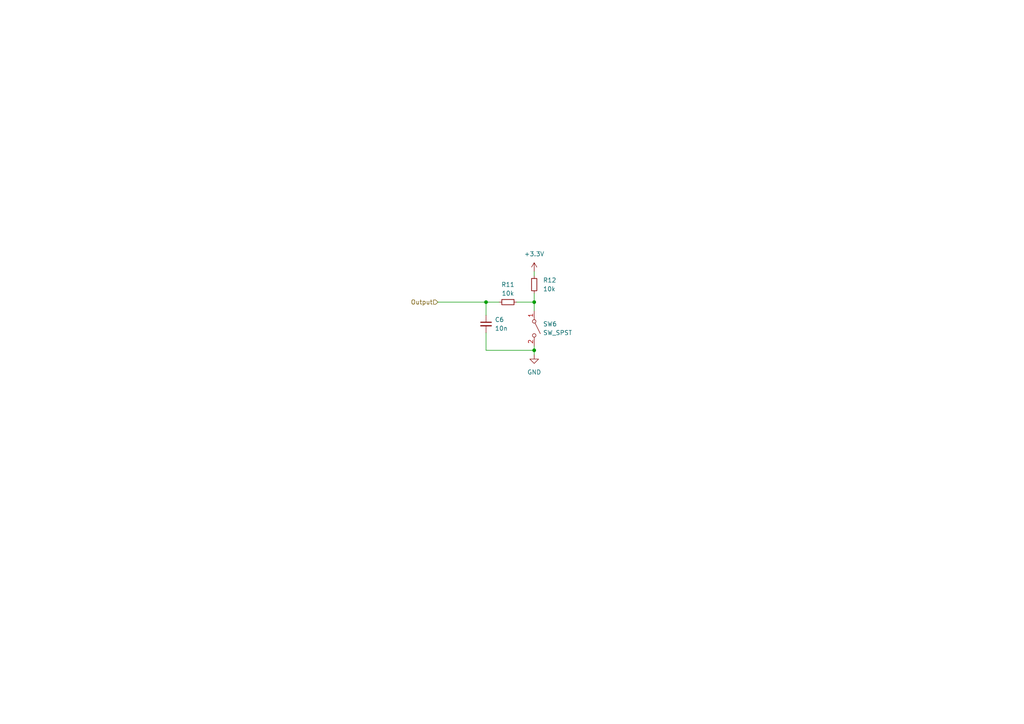
<source format=kicad_sch>
(kicad_sch (version 20250114) (generator "eeschema") (generator_version "9.0")
  (paper "A4")
  (lib_symbols
    (symbol "Device:C_Small" (pin_numbers (hide yes)) (pin_names (offset 0.254) (hide yes))
      (property "Reference" "C" (at 0.254 1.778 0))
      (property "Value" "C_Small" (at 0.254 -2.032 0))
      (symbol "C_Small_0_1"
        (polyline (pts (xy -1.524 0.508) (xy 1.524 0.508)) (stroke (width 0.3048)))
        (polyline (pts (xy -1.524 -0.508) (xy 1.524 -0.508)) (stroke (width 0.3302)))
      )
      (symbol "C_Small_1_1"
        (pin passive line (at 0 2.54 270) (length 2.032) (name "~") (number "1"))
        (pin passive line (at 0 -2.54 90) (length 2.032) (name "~") (number "2"))
      )
    )
    (symbol "Device:R_Small" (pin_numbers (hide yes)) (pin_names (offset 0.254) (hide yes))
      (property "Reference" "R" (at 0.762 0.508 0))
      (property "Value" "R_Small" (at 0.762 -1.016 0))
      (symbol "R_Small_0_1"
        (rectangle (start -0.762 1.778) (end 0.762 -1.778) (stroke (width 0.2032)))
      )
      (symbol "R_Small_1_1"
        (pin passive line (at 0 2.54 270) (length 0.762) (name "~") (number "1"))
        (pin passive line (at 0 -2.54 90) (length 0.762) (name "~") (number "2"))
      )
    )
    (symbol "Switch:SW_SPST" (pin_names (offset 0) (hide yes))
      (property "Reference" "SW" (at 0 3.175 0))
      (property "Value" "SW_SPST" (at 0 -2.54 0))
      (symbol "SW_SPST_0_0"
        (circle (center -2.032 0) (radius 0.508))
        (polyline (pts (xy -1.524 0.254) (xy 1.524 1.778)))
        (circle (center 2.032 0) (radius 0.508))
      )
      (symbol "SW_SPST_1_1"
        (pin passive line (at -5.08 0 0) (length 2.54) (name "A") (number "1"))
        (pin passive line (at 5.08 0 180) (length 2.54) (name "B") (number "2"))
      )
    )
    (symbol "power:+3.3V" (power) (pin_numbers (hide yes)) (pin_names (offset 0) (hide yes))
      (property "Value" "+3.3V" (at 0 3.556 0))
      (symbol "+3.3V_0_1"
        (polyline (pts (xy -0.762 1.27) (xy 0 2.54)))
        (polyline (pts (xy 0 2.54) (xy 0.762 1.27)))
        (polyline (pts (xy 0 0) (xy 0 2.54)))
      )
      (symbol "+3.3V_1_1"
        (pin power_in line (at 0 0 90) (length 0) (name "~") (number "1"))
      )
    )
    (symbol "power:GND" (power) (pin_numbers (hide yes)) (pin_names (offset 0) (hide yes))
      (property "Value" "GND" (at 0 -3.81 0))
      (symbol "GND_0_1"
        (polyline (pts (xy 0 0) (xy 0 -1.27) (xy 1.27 -1.27) (xy 0 -2.54) (xy -1.27 -1.27) (xy 0 -1.27)))
      )
      (symbol "GND_1_1"
        (pin power_in line (at 0 0 270) (length 0) (name "~") (number "1"))
      )
    )
  )
  (junction (at 140.97 87.63))
  (junction (at 154.94 87.63))
  (junction (at 154.94 101.6))
  (wire (pts (xy 154.94 101.6) (xy 154.94 102.87)))
  (wire (pts (xy 154.94 78.74) (xy 154.94 80.01)))
  (wire (pts (xy 140.97 87.63) (xy 144.78 87.63)))
  (wire (pts (xy 127 87.63) (xy 140.97 87.63)))
  (wire (pts (xy 149.86 87.63) (xy 154.94 87.63)))
  (wire (pts (xy 154.94 100.33) (xy 154.94 101.6)))
  (wire (pts (xy 154.94 87.63) (xy 154.94 90.17)))
  (wire (pts (xy 140.97 101.6) (xy 154.94 101.6)))
  (wire (pts (xy 140.97 87.63) (xy 140.97 91.44)))
  (wire (pts (xy 154.94 85.09) (xy 154.94 87.63)))
  (wire (pts (xy 140.97 96.52) (xy 140.97 101.6)))
  (hierarchical_label "Output" (shape input) (at 127 87.63 180))
  (symbol (lib_id "power:+3.3V") (at 154.94 78.74 0) (unit 1)
    (property "Reference" "#PWR01" (effects (hide yes)))
    (property "Value" "+3.3V" (at 154.94 73.66 0))
    (property "Description" "Power symbol creates a global label with name \"+3.3V\"" (effects (hide yes)))
    (instances (project "PCB_secondaire" (path "" (reference "#PWR011") (unit 1)) (path "" (reference "#PWR03") (unit 1)) (path "" (reference "#PWR05") (unit 1)) (path "" (reference "#PWR01") (unit 1)) (path "" (reference "#PWR09") (unit 1)) (path "" (reference "#PWR07") (unit 1))))
  )
  (symbol (lib_id "Device:C_Small") (at 140.97 93.98 0) (unit 1)
    (property "Reference" "C1" (at 143.51 92.7163 0) (effects (justify left)))
    (property "Value" "10n" (at 143.51 95.2563 0) (effects (justify left)))
    (property "Footprint" "Capacitor_SMD:C_0402_1005Metric" (effects (hide yes)))
    (instances (project "PCB_secondaire" (path "" (reference "C6") (unit 1)) (path "" (reference "C2") (unit 1)) (path "" (reference "C3") (unit 1)) (path "" (reference "C1") (unit 1)) (path "" (reference "C5") (unit 1)) (path "" (reference "C4") (unit 1))))
  )
  (symbol (lib_id "Device:R_Small") (at 154.94 82.55 0) (unit 1)
    (property "Reference" "R2" (at 157.48 81.2799 0) (effects (justify left)))
    (property "Value" "10k" (at 157.48 83.8199 0) (effects (justify left)))
    (property "Footprint" "Resistor_SMD:R_0402_1005Metric" (effects (hide yes)))
    (instances (project "PCB_secondaire" (path "" (reference "R12") (unit 1)) (path "" (reference "R4") (unit 1)) (path "" (reference "R6") (unit 1)) (path "" (reference "R2") (unit 1)) (path "" (reference "R10") (unit 1)) (path "" (reference "R8") (unit 1))))
  )
  (symbol (lib_id "Switch:SW_SPST") (at 154.94 95.25 270) (unit 1)
    (property "Reference" "SW1" (at 157.48 93.9799 90) (effects (justify left)))
    (property "Value" "SW_SPST" (at 157.48 96.5199 90) (effects (justify left)))
    (property "Footprint" "mylib:SW_Push_1P1T_NO_6x6mm_H9.5mm" (effects (hide yes)))
    (property "Description" "Single Pole Single Throw (SPST) switch" (effects (hide yes)))
    (instances (project "PCB_secondaire" (path "" (reference "SW6") (unit 1)) (path "" (reference "SW2") (unit 1)) (path "" (reference "SW3") (unit 1)) (path "" (reference "SW1") (unit 1)) (path "" (reference "SW5") (unit 1)) (path "" (reference "SW4") (unit 1))))
  )
  (symbol (lib_id "Device:R_Small") (at 147.32 87.63 270) (unit 1)
    (property "Reference" "R1" (at 147.32 82.55 90))
    (property "Value" "10k" (at 147.32 85.09 90))
    (property "Footprint" "Resistor_SMD:R_0402_1005Metric" (effects (hide yes)))
    (instances (project "PCB_secondaire" (path "" (reference "R11") (unit 1)) (path "" (reference "R3") (unit 1)) (path "" (reference "R5") (unit 1)) (path "" (reference "R1") (unit 1)) (path "" (reference "R9") (unit 1)) (path "" (reference "R7") (unit 1))))
  )
  (symbol (lib_id "power:GND") (at 154.94 102.87 0) (unit 1)
    (property "Reference" "#PWR02" (effects (hide yes)))
    (property "Value" "GND" (at 154.94 107.95 0))
    (instances (project "PCB_secondaire" (path "" (reference "#PWR012") (unit 1)) (path "" (reference "#PWR04") (unit 1)) (path "" (reference "#PWR06") (unit 1)) (path "" (reference "#PWR02") (unit 1)) (path "" (reference "#PWR010") (unit 1)) (path "" (reference "#PWR08") (unit 1))))
  )
)
</source>
